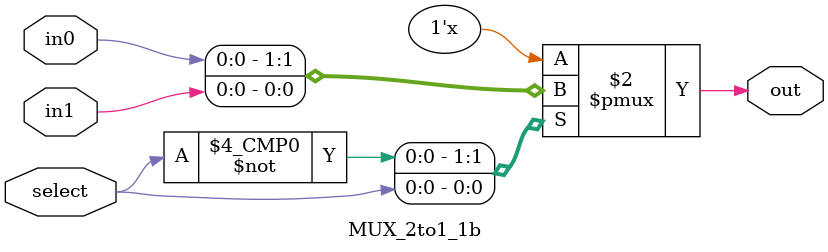
<source format=v>
`timescale 1ns / 1ps
module MUX_2to1_1b(
    input in0,in1,
	 input select,
	 output reg out
    );
	 always@(*)
	     case(select)
		      1'b0:out = in0;
				1'b1:out = in1;
		  endcase
endmodule

</source>
